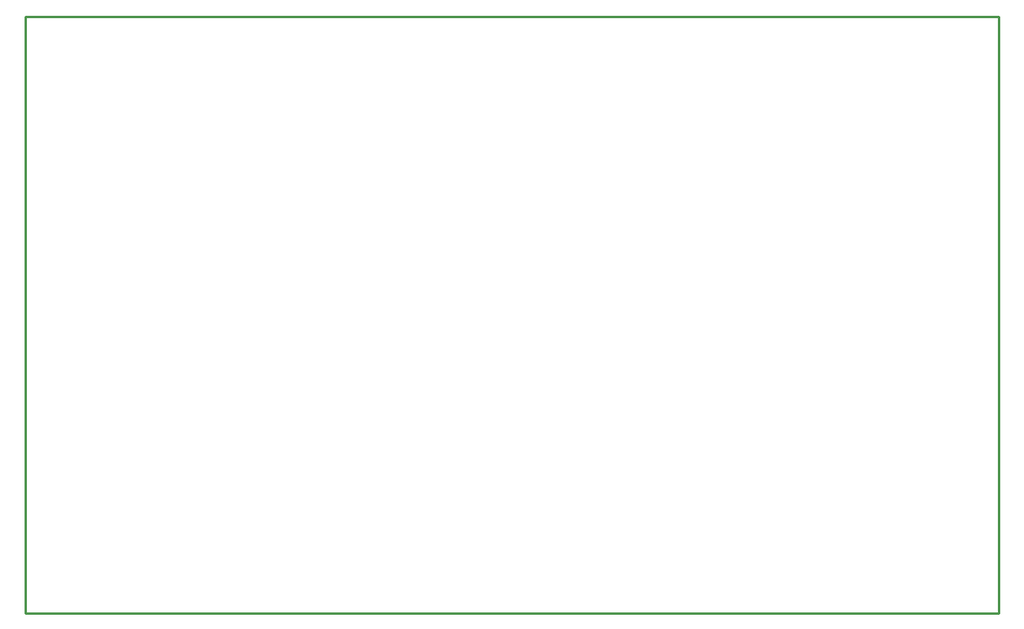
<source format=gko>
G04 Layer_Color=16711935*
%FSLAX25Y25*%
%MOIN*%
G70*
G01*
G75*
%ADD35C,0.01000*%
D35*
X0Y0D02*
Y251600D01*
X410000D01*
Y0D02*
Y251600D01*
X0Y0D02*
X410000D01*
M02*

</source>
